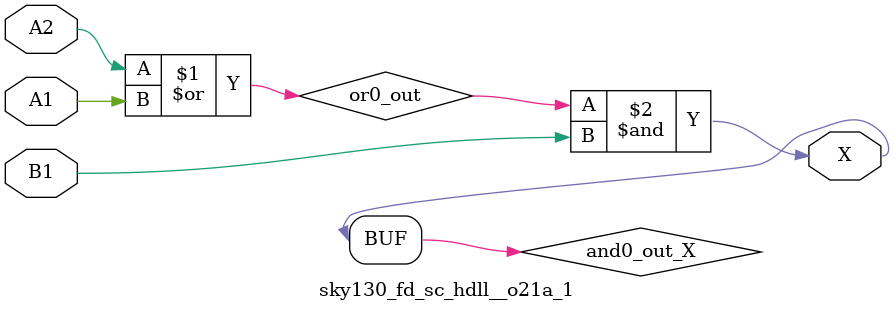
<source format=v>
/*
 * Copyright 2020 The SkyWater PDK Authors
 *
 * Licensed under the Apache License, Version 2.0 (the "License");
 * you may not use this file except in compliance with the License.
 * You may obtain a copy of the License at
 *
 *     https://www.apache.org/licenses/LICENSE-2.0
 *
 * Unless required by applicable law or agreed to in writing, software
 * distributed under the License is distributed on an "AS IS" BASIS,
 * WITHOUT WARRANTIES OR CONDITIONS OF ANY KIND, either express or implied.
 * See the License for the specific language governing permissions and
 * limitations under the License.
 *
 * SPDX-License-Identifier: Apache-2.0
*/


`ifndef SKY130_FD_SC_HDLL__O21A_1_FUNCTIONAL_V
`define SKY130_FD_SC_HDLL__O21A_1_FUNCTIONAL_V

/**
 * o21a: 2-input OR into first input of 2-input AND.
 *
 *       X = ((A1 | A2) & B1)
 *
 * Verilog simulation functional model.
 */

`timescale 1ns / 1ps
`default_nettype none

`celldefine
module sky130_fd_sc_hdll__o21a_1 (
    X ,
    A1,
    A2,
    B1
);

    // Module ports
    output X ;
    input  A1;
    input  A2;
    input  B1;

    // Local signals
    wire or0_out   ;
    wire and0_out_X;

    //  Name  Output      Other arguments
    or  or0  (or0_out   , A2, A1         );
    and and0 (and0_out_X, or0_out, B1    );
    buf buf0 (X         , and0_out_X     );

endmodule
`endcelldefine

`default_nettype wire
`endif  // SKY130_FD_SC_HDLL__O21A_1_FUNCTIONAL_V

</source>
